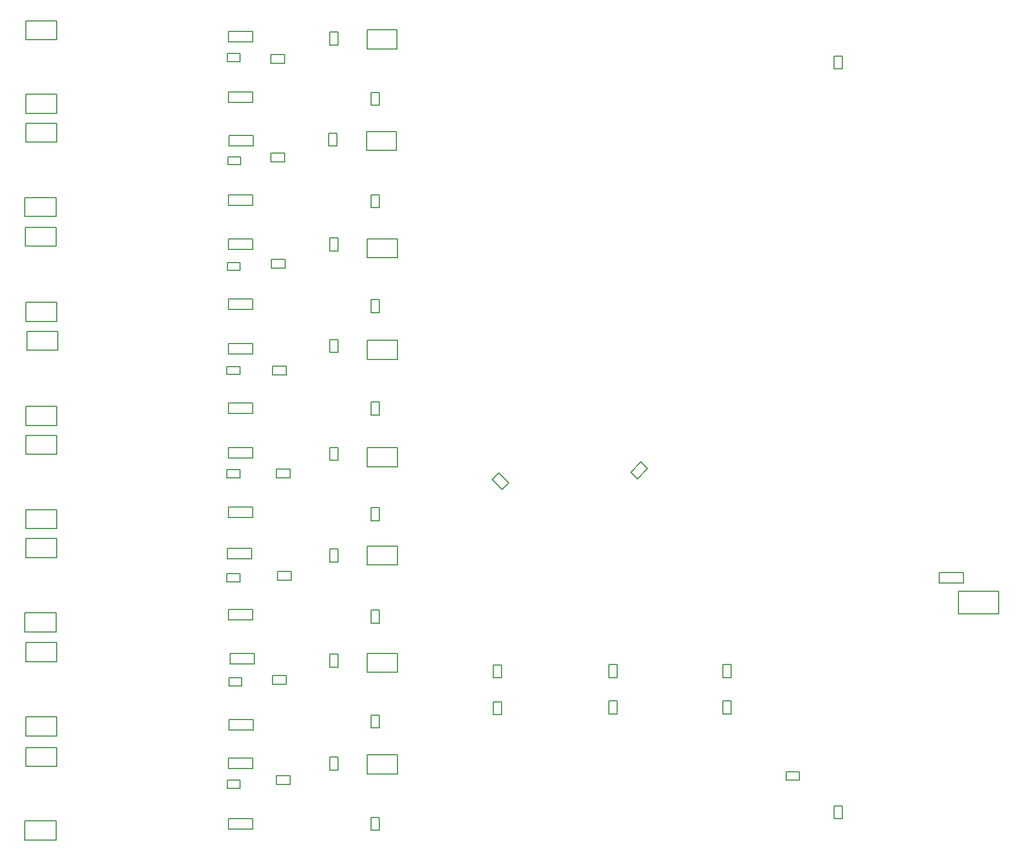
<source format=gbr>
%TF.GenerationSoftware,Altium Limited,Altium Designer,21.6.4 (81)*%
G04 Layer_Color=32896*
%FSLAX43Y43*%
%MOMM*%
%TF.SameCoordinates,5D8205C6-A8A5-4108-8313-488A8EE5113E*%
%TF.FilePolarity,Positive*%
%TF.FileFunction,Other,Bottom_3D_Body*%
%TF.Part,Single*%
G01*
G75*
%TA.AperFunction,NonConductor*%
%ADD82C,0.200*%
D82*
X69749Y49075D02*
X74499D01*
X69749Y46175D02*
Y49075D01*
Y46175D02*
X74499D01*
Y49075D01*
X69876Y60378D02*
X74626D01*
X69876Y57478D02*
Y60378D01*
Y57478D02*
X74626D01*
Y60378D01*
X69876Y65077D02*
X74626D01*
X69876Y62177D02*
Y65077D01*
Y62177D02*
X74626D01*
Y65077D01*
X69749Y81079D02*
X74499D01*
X69749Y78179D02*
Y81079D01*
Y78179D02*
X74499D01*
Y81079D01*
X69876Y92509D02*
X74626D01*
X69876Y89609D02*
Y92509D01*
Y89609D02*
X74626D01*
Y92509D01*
X69876Y96954D02*
X74626D01*
X69876Y94054D02*
Y96954D01*
Y94054D02*
X74626D01*
Y96954D01*
X69876Y108384D02*
X74626D01*
X69876Y105484D02*
Y108384D01*
Y105484D02*
X74626D01*
Y108384D01*
X69888Y112829D02*
X74638D01*
X69888Y109929D02*
Y112829D01*
Y109929D02*
X74638D01*
Y112829D01*
X70015Y124386D02*
X74765D01*
X70015Y121486D02*
Y124386D01*
Y121486D02*
X74765D01*
Y124386D01*
X69888Y128831D02*
X74638D01*
X69888Y125931D02*
Y128831D01*
Y125931D02*
X74638D01*
Y128831D01*
X69761Y140388D02*
X74511D01*
X69761Y137488D02*
Y140388D01*
Y137488D02*
X74511D01*
Y140388D01*
X69749Y144960D02*
X74499D01*
X69749Y142060D02*
Y144960D01*
Y142060D02*
X74499D01*
Y144960D01*
X69888Y156390D02*
X74638D01*
X69888Y153490D02*
Y156390D01*
Y153490D02*
X74638D01*
Y156390D01*
X69888Y160835D02*
X74638D01*
X69888Y157935D02*
Y160835D01*
Y157935D02*
X74638D01*
Y160835D01*
X69888Y172138D02*
X74638D01*
X69888Y169238D02*
Y172138D01*
Y169238D02*
X74638D01*
Y172138D01*
X69888Y76507D02*
X74638D01*
X69888Y73607D02*
Y76507D01*
Y73607D02*
X74638D01*
Y76507D01*
X104720Y79972D02*
Y81572D01*
X101020Y79972D02*
X104720D01*
X101020D02*
Y81572D01*
X104720D01*
X104593Y89370D02*
Y90970D01*
X100893Y89370D02*
X104593D01*
X100893D02*
Y90970D01*
X104593D01*
X104817Y152870D02*
Y154470D01*
X101117Y152870D02*
X104817D01*
X101117D02*
Y154470D01*
X104817D01*
X122946Y159147D02*
X124196D01*
X122946D02*
Y161147D01*
X124196D01*
Y159147D02*
Y161147D01*
X122946Y79518D02*
X124196D01*
X122946D02*
Y81518D01*
X124196D01*
Y79518D02*
Y81518D01*
X122946Y63389D02*
X124196D01*
X122946D02*
Y65389D01*
X124196D01*
Y63389D02*
Y65389D01*
X122946Y47641D02*
X124196D01*
X122946D02*
Y49641D01*
X124196D01*
Y47641D02*
Y49641D01*
X122414Y56325D02*
Y59245D01*
X127014D01*
Y56325D02*
Y59245D01*
X122414Y56325D02*
X127014D01*
X122414Y71946D02*
Y74866D01*
X127014D01*
Y71946D02*
Y74866D01*
X122414Y71946D02*
X127014D01*
X122414Y88456D02*
Y91376D01*
X127014D01*
Y88456D02*
Y91376D01*
X122414Y88456D02*
X127014D01*
X122414Y103569D02*
Y106489D01*
X127014D01*
Y103569D02*
Y106489D01*
X122414Y103569D02*
X127014D01*
X122414Y120079D02*
Y122999D01*
X127014D01*
Y120079D02*
Y122999D01*
X122414Y120079D02*
X127014D01*
X122414Y135700D02*
Y138620D01*
X127014D01*
Y135700D02*
Y138620D01*
X122414Y135700D02*
X127014D01*
X122287Y152210D02*
Y155130D01*
X126887D01*
Y152210D02*
Y155130D01*
X122287Y152210D02*
X126887D01*
X122382Y167831D02*
Y170751D01*
X126982D01*
Y167831D02*
Y170751D01*
X122382Y167831D02*
X126982D01*
X116596Y170418D02*
X117846D01*
Y168418D02*
Y170418D01*
X116596Y168418D02*
X117846D01*
X116596D02*
Y170418D01*
X116469Y154889D02*
X117719D01*
Y152889D02*
Y154889D01*
X116469Y152889D02*
X117719D01*
X116469D02*
Y154889D01*
X116596Y138760D02*
X117846D01*
Y136760D02*
Y138760D01*
X116596Y136760D02*
X117846D01*
X116596D02*
Y138760D01*
Y123139D02*
X117846D01*
Y121139D02*
Y123139D01*
X116596Y121139D02*
X117846D01*
X116596D02*
Y123139D01*
Y106537D02*
X117846D01*
Y104537D02*
Y106537D01*
X116596Y104537D02*
X117846D01*
X116596D02*
Y106537D01*
Y90916D02*
X117846D01*
Y88916D02*
Y90916D01*
X116596Y88916D02*
X117846D01*
X116596D02*
Y90916D01*
Y58912D02*
X117846D01*
Y56912D02*
Y58912D01*
X116596Y56912D02*
X117846D01*
X116596D02*
Y58912D01*
X110524Y54697D02*
Y56047D01*
X108424Y54697D02*
X110524D01*
X108424D02*
Y56047D01*
X110524D01*
X109889Y70064D02*
Y71414D01*
X107789Y70064D02*
X109889D01*
X107789D02*
Y71414D01*
X109889D01*
X110651Y86066D02*
Y87416D01*
X108551Y86066D02*
X110651D01*
X108551D02*
Y87416D01*
X110651D01*
X110524Y101814D02*
Y103164D01*
X108424Y101814D02*
X110524D01*
X108424D02*
Y103164D01*
X110524D01*
X109889Y117689D02*
Y119039D01*
X107789Y117689D02*
X109889D01*
X107789D02*
Y119039D01*
X109889D01*
X109728Y134072D02*
Y135422D01*
X107628Y134072D02*
X109728D01*
X107628D02*
Y135422D01*
X109728D01*
X109635Y150455D02*
Y151805D01*
X107535Y150455D02*
X109635D01*
X107535D02*
Y151805D01*
X109635D01*
X104750Y168872D02*
Y170472D01*
X101050Y168872D02*
X104750D01*
X101050D02*
Y170472D01*
X104750D01*
X102854Y165872D02*
Y167122D01*
X100854Y165872D02*
X102854D01*
X100854D02*
Y167122D01*
X102854D01*
X102941Y149997D02*
Y151247D01*
X100941Y149997D02*
X102941D01*
X100941D02*
Y151247D01*
X102941D01*
X104720Y143726D02*
Y145326D01*
X101020Y143726D02*
X104720D01*
X101020D02*
Y145326D01*
X104720D01*
X104750Y136995D02*
Y138595D01*
X101050Y136995D02*
X104750D01*
X101050D02*
Y138595D01*
X104750D01*
X104720Y127724D02*
Y129324D01*
X101020Y127724D02*
X104720D01*
X101020D02*
Y129324D01*
X104720D01*
X102854Y133741D02*
Y134991D01*
X100854Y133741D02*
X102854D01*
X100854D02*
Y134991D01*
X102854D01*
X104750Y111722D02*
Y113322D01*
X101050Y111722D02*
X104750D01*
X101050D02*
Y113322D01*
X104750D01*
Y120866D02*
Y122466D01*
X101050Y120866D02*
X104750D01*
X101050D02*
Y122466D01*
X104750D01*
X102814Y117739D02*
Y118989D01*
X100814Y117739D02*
X102814D01*
X100814D02*
Y118989D01*
X102814D01*
X104750Y95720D02*
Y97320D01*
X101050Y95720D02*
X104750D01*
X101050D02*
Y97320D01*
X104750D01*
Y104864D02*
Y106464D01*
X101050Y104864D02*
X104750D01*
X101050D02*
Y106464D01*
X104750D01*
X102814Y101864D02*
Y103114D01*
X100814Y101864D02*
X102814D01*
X100814D02*
Y103114D01*
X102814D01*
X104847Y63081D02*
Y64681D01*
X101147Y63081D02*
X104847D01*
X101147D02*
Y64681D01*
X104847D01*
X104720Y57112D02*
Y58712D01*
X101020Y57112D02*
X104720D01*
X101020D02*
Y58712D01*
X104720D01*
X102854Y54112D02*
Y55362D01*
X100854Y54112D02*
X102854D01*
X100854D02*
Y55362D01*
X102854D01*
X141585Y101611D02*
X143140Y100056D01*
X144165Y101081D01*
X142610Y102636D02*
X144165Y101081D01*
X141585Y101611D02*
X142610Y102636D01*
X162921Y102732D02*
X163946Y101707D01*
X162921Y102732D02*
X164476Y104287D01*
X165501Y103262D01*
X163946Y101707D02*
X165501Y103262D01*
X159522Y71136D02*
X160772D01*
X159522D02*
Y73136D01*
X160772D01*
Y71136D02*
Y73136D01*
X177048Y65548D02*
X178298D01*
X177048D02*
Y67548D01*
X178298D01*
Y65548D02*
Y67548D01*
X141742Y65421D02*
X142992D01*
X141742D02*
Y67421D01*
X142992D01*
Y65421D02*
Y67421D01*
X159522Y65548D02*
X160772D01*
X159522D02*
Y67548D01*
X160772D01*
Y65548D02*
Y67548D01*
X186833Y55382D02*
Y56632D01*
X188833D01*
Y55382D02*
Y56632D01*
X186833Y55382D02*
X188833D01*
X219508Y80977D02*
Y84377D01*
X213308Y80977D02*
X219508D01*
X213308D02*
Y84377D01*
X219508D01*
X210367Y85687D02*
Y87287D01*
X214067D01*
Y85687D02*
Y87287D01*
X210367Y85687D02*
X214067D01*
X142992Y71101D02*
Y73101D01*
X141742D02*
X142992D01*
X141742Y71101D02*
Y73101D01*
Y71101D02*
X142992D01*
X178298Y71136D02*
Y73136D01*
X177048D02*
X178298D01*
X177048Y71136D02*
Y73136D01*
Y71136D02*
X178298D01*
X194193Y166735D02*
X195443D01*
Y164735D02*
Y166735D01*
X194193Y164735D02*
X195443D01*
X194193D02*
Y166735D01*
X195443Y49419D02*
Y51419D01*
X194193D02*
X195443D01*
X194193Y49419D02*
Y51419D01*
Y49419D02*
X195443D01*
X124196Y143399D02*
Y145399D01*
X122946D02*
X124196D01*
X122946Y143399D02*
Y145399D01*
Y143399D02*
X124196D01*
Y127270D02*
Y129270D01*
X122946D02*
X124196D01*
X122946Y127270D02*
Y129270D01*
Y127270D02*
X124196D01*
Y111522D02*
Y113522D01*
X122946D02*
X124196D01*
X122946Y111522D02*
Y113522D01*
Y111522D02*
X124196D01*
Y95266D02*
Y97266D01*
X122946D02*
X124196D01*
X122946Y95266D02*
Y97266D01*
Y95266D02*
X124196D01*
X116596Y72752D02*
Y74752D01*
Y72752D02*
X117846D01*
Y74752D01*
X116596D02*
X117846D01*
X107535Y166918D02*
X109635D01*
X107535Y165568D02*
Y166918D01*
Y165568D02*
X109635D01*
Y166918D01*
X101274Y74841D02*
X104974D01*
X101274Y73241D02*
Y74841D01*
Y73241D02*
X104974D01*
Y74841D01*
X101108Y71110D02*
X103108D01*
X101108Y69860D02*
Y71110D01*
Y69860D02*
X103108D01*
Y71110D01*
X101020Y49441D02*
X104720D01*
X101020Y47841D02*
Y49441D01*
Y47841D02*
X104720D01*
Y49441D01*
X100814Y87112D02*
X102814D01*
X100814Y85862D02*
Y87112D01*
Y85862D02*
X102814D01*
Y87112D01*
X101050Y161201D02*
X104750D01*
X101050Y159601D02*
Y161201D01*
Y159601D02*
X104750D01*
Y161201D01*
%TF.MD5,14076df7d8002277dd68dff0b061f2bf*%
M02*

</source>
